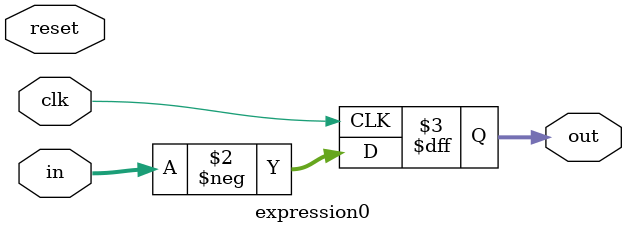
<source format=v>
module expression0
  #(parameter integer WIDTH = 8)
  (input wire                    reset,
   input wire                    clk,
   input wire signed [WIDTH-1:0] in,
   output reg signed [WIDTH-1:0] out);

   always @(posedge clk) out <= -in;

endmodule

</source>
